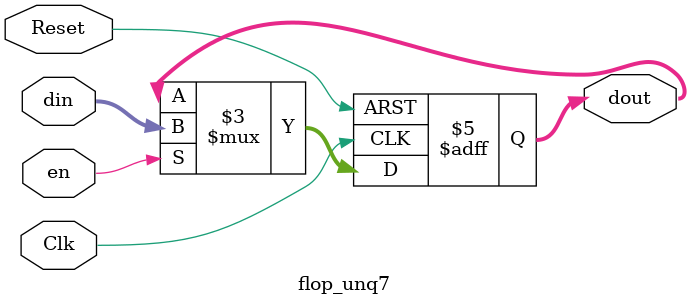
<source format=sv>

/* *****************************************************************************
 * File: flop.vp
 * 
 * Description:
 * Genesis2 flip-flop generator.
 * 
 * Required Genesis2 Controlable Parameters:
 * * Type		- Constant, Flop, RFlop, EFlop, or REFlop
 * * Width		- integer value specifying register width
 * * Default		- default value for the flop 
 *			 (only applies when flop_type=constant|rflop|reflop)
 * * SyncMode		- Sync or ASync flop * Change bar:
 * 
 * 
 * -----------
 * Date          Author   Description
 * Mar 30, 2010  shacham  init version  --  
 * May 20, 2014  jingpu   Add Async mode, change to active low reset
 * 
 * ****************************************************************************/


/*******************************************************************************
 * REQUIRED PARAMETERIZATION
 ******************************************************************************/
// Type (_GENESIS2_INHERITANCE_PRIORITY_) = REFlop
//
// Default (_GENESIS2_DECLARATION_PRIORITY_) = 0
//
// Width (_GENESIS2_INHERITANCE_PRIORITY_) = 10
//
// SyncMode (_GENESIS2_DECLARATION_PRIORITY_) = ASync
//

module flop_unq7(
	       //inputs
	       input wire logic 		   Clk,
	       input wire logic [9:0]  din,
	       input wire logic 		   Reset,
	       input wire logic 		   en,

	       //outputs
	       output logic [9:0] dout
	       );


   /* synopsys dc_tcl_script_begin
    set_dont_retime [current_design] true
    set_optimize_registers false -design [current_design]
    */
   


   
   always_ff @(posedge Clk or negedge Reset) begin
      if (!Reset) 
	dout <= 10'h0;
      else if (en)
	dout <= din;
   end

endmodule : flop_unq7

</source>
